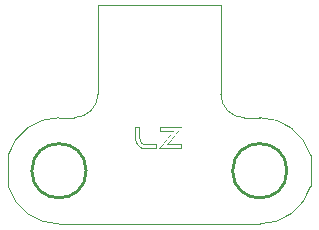
<source format=gto>
G04*
G04 #@! TF.GenerationSoftware,Altium Limited,Altium Designer,21.3.2 (30)*
G04*
G04 Layer_Color=65535*
%FSLAX43Y43*%
%MOMM*%
G71*
G04*
G04 #@! TF.SameCoordinates,18D36F19-11BE-4002-80CD-DBD72E8668B0*
G04*
G04*
G04 #@! TF.FilePolarity,Positive*
G04*
G01*
G75*
%ADD10C,0.254*%
%ADD11C,0.100*%
G36*
X111806Y108231D02*
X112906D01*
Y107800D01*
X110977D01*
X112121Y109240D01*
X111018D01*
Y109673D01*
X112949D01*
X111806Y108231D01*
D02*
G37*
G36*
X109399Y108784D02*
Y108780D01*
Y108769D01*
X109401Y108752D01*
X109403Y108730D01*
X109406Y108704D01*
X109412Y108672D01*
X109419Y108638D01*
X109431Y108600D01*
X109444Y108563D01*
X109461Y108522D01*
X109481Y108482D01*
X109506Y108443D01*
X109534Y108405D01*
X109568Y108370D01*
X109605Y108336D01*
X109650Y108306D01*
X109652D01*
X109656Y108302D01*
X109661Y108299D01*
X109671Y108295D01*
X109680Y108289D01*
X109695Y108284D01*
X109710Y108276D01*
X109727Y108271D01*
X109747Y108263D01*
X109770Y108256D01*
X109792Y108250D01*
X109819Y108244D01*
X109847Y108241D01*
X109877Y108237D01*
X109942Y108233D01*
X110838D01*
Y107800D01*
X109941D01*
X109922Y107802D01*
X109897D01*
X109867Y107804D01*
X109832Y107808D01*
X109792Y107813D01*
X109751Y107819D01*
X109706Y107826D01*
X109661Y107836D01*
X109613Y107847D01*
X109566Y107862D01*
X109519Y107879D01*
X109472Y107897D01*
X109429Y107920D01*
X109388Y107946D01*
X109386Y107948D01*
X109376Y107954D01*
X109361Y107963D01*
X109343Y107976D01*
X109316Y107997D01*
X109286Y108023D01*
X109249Y108055D01*
X109228Y108074D01*
X109206Y108094D01*
X109204Y108096D01*
X109198Y108102D01*
X109191Y108111D01*
X109181Y108124D01*
X109168Y108139D01*
X109155Y108158D01*
X109138Y108181D01*
X109121Y108203D01*
X109105Y108229D01*
X109088Y108257D01*
X109054Y108315D01*
X109022Y108379D01*
X109009Y108411D01*
X108998Y108445D01*
Y108447D01*
X108996Y108450D01*
X108994Y108458D01*
X108990Y108469D01*
X108986Y108484D01*
X108983Y108499D01*
X108979Y108520D01*
X108975Y108542D01*
X108970Y108569D01*
X108966Y108597D01*
X108962Y108627D01*
X108958Y108662D01*
X108955Y108698D01*
X108953Y108737D01*
X108951Y108780D01*
Y108825D01*
Y109673D01*
X109399D01*
Y108784D01*
D02*
G37*
%LPC*%
G36*
X112820Y109585D02*
X111108D01*
Y109328D01*
X112250D01*
X111107Y107886D01*
X112816D01*
Y108143D01*
X111676D01*
X112820Y109585D01*
D02*
G37*
G36*
X109309D02*
X109039D01*
Y108825D01*
Y108823D01*
Y108816D01*
Y108803D01*
Y108788D01*
X109041Y108767D01*
Y108747D01*
X109043Y108720D01*
X109045Y108694D01*
X109050Y108638D01*
X109058Y108578D01*
X109067Y108520D01*
X109075Y108494D01*
X109082Y108469D01*
Y108467D01*
X109084Y108462D01*
X109088Y108454D01*
X109091Y108443D01*
X109097Y108428D01*
X109105Y108411D01*
X109114Y108392D01*
X109123Y108372D01*
X109150Y108323D01*
X109181Y108271D01*
X109200Y108242D01*
X109221Y108214D01*
X109245Y108186D01*
X109269Y108156D01*
X109271Y108154D01*
X109275Y108152D01*
X109281Y108147D01*
X109288Y108139D01*
X109307Y108121D01*
X109331Y108100D01*
X109358Y108077D01*
X109386Y108055D01*
X109410Y108036D01*
X109421Y108029D01*
X109433Y108023D01*
X109434Y108021D01*
X109442Y108017D01*
X109453Y108010D01*
X109468Y108002D01*
X109489Y107991D01*
X109511Y107980D01*
X109539Y107967D01*
X109571Y107956D01*
X109607Y107942D01*
X109646Y107929D01*
X109689Y107918D01*
X109736Y107907D01*
X109787Y107899D01*
X109839Y107892D01*
X109896Y107888D01*
X109956Y107886D01*
X110748D01*
Y108147D01*
X109922D01*
X109907Y108149D01*
X109890D01*
X109869Y108151D01*
X109847Y108154D01*
X109822Y108156D01*
X109768Y108167D01*
X109712Y108181D01*
X109658Y108201D01*
X109631Y108212D01*
X109607Y108227D01*
X109603Y108229D01*
X109594Y108235D01*
X109579Y108246D01*
X109560Y108261D01*
X109538Y108280D01*
X109513Y108302D01*
X109485Y108330D01*
X109459Y108362D01*
X109431Y108400D01*
X109403Y108441D01*
X109378Y108486D01*
X109356Y108537D01*
X109337Y108591D01*
X109322Y108651D01*
X109313Y108715D01*
X109309Y108784D01*
Y109585D01*
D02*
G37*
%LPD*%
D10*
X121800Y106000D02*
G03*
X121800Y106000I-2300J0D01*
G01*
X104800D02*
G03*
X104800Y106000I-2300J0D01*
G01*
D11*
X102500Y110500D02*
G03*
X98200Y107327I0J-4500D01*
G01*
X119500Y101500D02*
G03*
X123800Y104673I0J4500D01*
G01*
Y107327D02*
G03*
X119500Y110500I-4300J-1327D01*
G01*
X98200Y104673D02*
G03*
X102500Y101500I4300J1327D01*
G01*
X116200Y112500D02*
G03*
X118200Y110500I2000J0D01*
G01*
X103800D02*
G03*
X105800Y112500I0J2000D01*
G01*
X118200Y110500D02*
X119500D01*
X123800Y104673D02*
Y107327D01*
X102500Y110500D02*
X103800D01*
X116200Y112500D02*
Y120000D01*
X102500Y101500D02*
X119500D01*
X98200Y104673D02*
Y107327D01*
X105800Y112500D02*
Y120000D01*
X116200D01*
M02*

</source>
